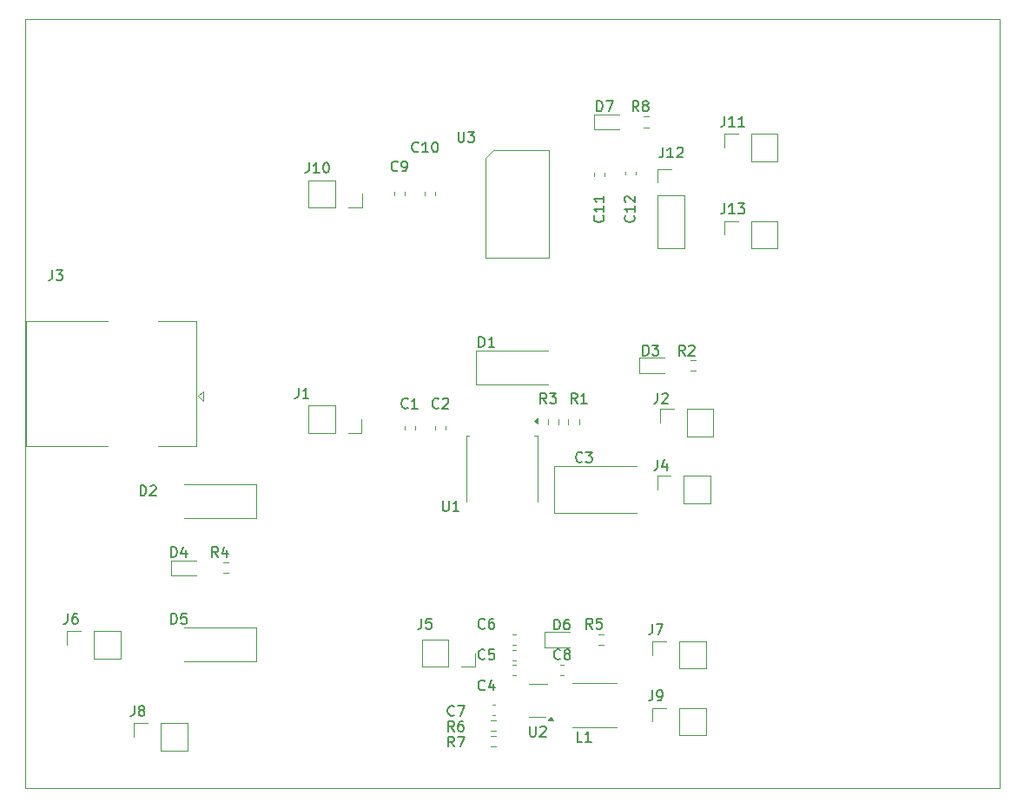
<source format=gbr>
%TF.GenerationSoftware,KiCad,Pcbnew,8.0.6*%
%TF.CreationDate,2024-11-03T20:55:09+02:00*%
%TF.ProjectId,G11_EMB_PCB1,4731315f-454d-4425-9f50-4342312e6b69,rev?*%
%TF.SameCoordinates,PX5f7e1b2PY7735940*%
%TF.FileFunction,Legend,Top*%
%TF.FilePolarity,Positive*%
%FSLAX46Y46*%
G04 Gerber Fmt 4.6, Leading zero omitted, Abs format (unit mm)*
G04 Created by KiCad (PCBNEW 8.0.6) date 2024-11-03 20:55:09*
%MOMM*%
%LPD*%
G01*
G04 APERTURE LIST*
%ADD10C,0.100000*%
%ADD11C,0.150000*%
%ADD12C,0.120000*%
G04 APERTURE END LIST*
D10*
X0Y75000000D02*
X0Y0D01*
X95000000Y75000000D02*
X0Y75000000D01*
X95000000Y0D02*
X95000000Y75000000D01*
X0Y0D02*
X95000000Y0D01*
D11*
X27690476Y61045181D02*
X27690476Y60330896D01*
X27690476Y60330896D02*
X27642857Y60188039D01*
X27642857Y60188039D02*
X27547619Y60092800D01*
X27547619Y60092800D02*
X27404762Y60045181D01*
X27404762Y60045181D02*
X27309524Y60045181D01*
X28690476Y60045181D02*
X28119048Y60045181D01*
X28404762Y60045181D02*
X28404762Y61045181D01*
X28404762Y61045181D02*
X28309524Y60902324D01*
X28309524Y60902324D02*
X28214286Y60807086D01*
X28214286Y60807086D02*
X28119048Y60759467D01*
X29309524Y61045181D02*
X29404762Y61045181D01*
X29404762Y61045181D02*
X29500000Y60997562D01*
X29500000Y60997562D02*
X29547619Y60949943D01*
X29547619Y60949943D02*
X29595238Y60854705D01*
X29595238Y60854705D02*
X29642857Y60664229D01*
X29642857Y60664229D02*
X29642857Y60426134D01*
X29642857Y60426134D02*
X29595238Y60235658D01*
X29595238Y60235658D02*
X29547619Y60140420D01*
X29547619Y60140420D02*
X29500000Y60092800D01*
X29500000Y60092800D02*
X29404762Y60045181D01*
X29404762Y60045181D02*
X29309524Y60045181D01*
X29309524Y60045181D02*
X29214286Y60092800D01*
X29214286Y60092800D02*
X29166667Y60140420D01*
X29166667Y60140420D02*
X29119048Y60235658D01*
X29119048Y60235658D02*
X29071429Y60426134D01*
X29071429Y60426134D02*
X29071429Y60664229D01*
X29071429Y60664229D02*
X29119048Y60854705D01*
X29119048Y60854705D02*
X29166667Y60949943D01*
X29166667Y60949943D02*
X29214286Y60997562D01*
X29214286Y60997562D02*
X29309524Y61045181D01*
X60261905Y42225181D02*
X60261905Y43225181D01*
X60261905Y43225181D02*
X60500000Y43225181D01*
X60500000Y43225181D02*
X60642857Y43177562D01*
X60642857Y43177562D02*
X60738095Y43082324D01*
X60738095Y43082324D02*
X60785714Y42987086D01*
X60785714Y42987086D02*
X60833333Y42796610D01*
X60833333Y42796610D02*
X60833333Y42653753D01*
X60833333Y42653753D02*
X60785714Y42463277D01*
X60785714Y42463277D02*
X60738095Y42368039D01*
X60738095Y42368039D02*
X60642857Y42272800D01*
X60642857Y42272800D02*
X60500000Y42225181D01*
X60500000Y42225181D02*
X60261905Y42225181D01*
X61166667Y43225181D02*
X61785714Y43225181D01*
X61785714Y43225181D02*
X61452381Y42844229D01*
X61452381Y42844229D02*
X61595238Y42844229D01*
X61595238Y42844229D02*
X61690476Y42796610D01*
X61690476Y42796610D02*
X61738095Y42748991D01*
X61738095Y42748991D02*
X61785714Y42653753D01*
X61785714Y42653753D02*
X61785714Y42415658D01*
X61785714Y42415658D02*
X61738095Y42320420D01*
X61738095Y42320420D02*
X61690476Y42272800D01*
X61690476Y42272800D02*
X61595238Y42225181D01*
X61595238Y42225181D02*
X61309524Y42225181D01*
X61309524Y42225181D02*
X61214286Y42272800D01*
X61214286Y42272800D02*
X61166667Y42320420D01*
X61666666Y38545181D02*
X61666666Y37830896D01*
X61666666Y37830896D02*
X61619047Y37688039D01*
X61619047Y37688039D02*
X61523809Y37592800D01*
X61523809Y37592800D02*
X61380952Y37545181D01*
X61380952Y37545181D02*
X61285714Y37545181D01*
X62095238Y38449943D02*
X62142857Y38497562D01*
X62142857Y38497562D02*
X62238095Y38545181D01*
X62238095Y38545181D02*
X62476190Y38545181D01*
X62476190Y38545181D02*
X62571428Y38497562D01*
X62571428Y38497562D02*
X62619047Y38449943D01*
X62619047Y38449943D02*
X62666666Y38354705D01*
X62666666Y38354705D02*
X62666666Y38259467D01*
X62666666Y38259467D02*
X62619047Y38116610D01*
X62619047Y38116610D02*
X62047619Y37545181D01*
X62047619Y37545181D02*
X62666666Y37545181D01*
X55761905Y66045181D02*
X55761905Y67045181D01*
X55761905Y67045181D02*
X56000000Y67045181D01*
X56000000Y67045181D02*
X56142857Y66997562D01*
X56142857Y66997562D02*
X56238095Y66902324D01*
X56238095Y66902324D02*
X56285714Y66807086D01*
X56285714Y66807086D02*
X56333333Y66616610D01*
X56333333Y66616610D02*
X56333333Y66473753D01*
X56333333Y66473753D02*
X56285714Y66283277D01*
X56285714Y66283277D02*
X56238095Y66188039D01*
X56238095Y66188039D02*
X56142857Y66092800D01*
X56142857Y66092800D02*
X56000000Y66045181D01*
X56000000Y66045181D02*
X55761905Y66045181D01*
X56666667Y67045181D02*
X57333333Y67045181D01*
X57333333Y67045181D02*
X56904762Y66045181D01*
X61166666Y16045181D02*
X61166666Y15330896D01*
X61166666Y15330896D02*
X61119047Y15188039D01*
X61119047Y15188039D02*
X61023809Y15092800D01*
X61023809Y15092800D02*
X60880952Y15045181D01*
X60880952Y15045181D02*
X60785714Y15045181D01*
X61547619Y16045181D02*
X62214285Y16045181D01*
X62214285Y16045181D02*
X61785714Y15045181D01*
X4166666Y17045181D02*
X4166666Y16330896D01*
X4166666Y16330896D02*
X4119047Y16188039D01*
X4119047Y16188039D02*
X4023809Y16092800D01*
X4023809Y16092800D02*
X3880952Y16045181D01*
X3880952Y16045181D02*
X3785714Y16045181D01*
X5071428Y17045181D02*
X4880952Y17045181D01*
X4880952Y17045181D02*
X4785714Y16997562D01*
X4785714Y16997562D02*
X4738095Y16949943D01*
X4738095Y16949943D02*
X4642857Y16807086D01*
X4642857Y16807086D02*
X4595238Y16616610D01*
X4595238Y16616610D02*
X4595238Y16235658D01*
X4595238Y16235658D02*
X4642857Y16140420D01*
X4642857Y16140420D02*
X4690476Y16092800D01*
X4690476Y16092800D02*
X4785714Y16045181D01*
X4785714Y16045181D02*
X4976190Y16045181D01*
X4976190Y16045181D02*
X5071428Y16092800D01*
X5071428Y16092800D02*
X5119047Y16140420D01*
X5119047Y16140420D02*
X5166666Y16235658D01*
X5166666Y16235658D02*
X5166666Y16473753D01*
X5166666Y16473753D02*
X5119047Y16568991D01*
X5119047Y16568991D02*
X5071428Y16616610D01*
X5071428Y16616610D02*
X4976190Y16664229D01*
X4976190Y16664229D02*
X4785714Y16664229D01*
X4785714Y16664229D02*
X4690476Y16616610D01*
X4690476Y16616610D02*
X4642857Y16568991D01*
X4642857Y16568991D02*
X4595238Y16473753D01*
X26666666Y39045181D02*
X26666666Y38330896D01*
X26666666Y38330896D02*
X26619047Y38188039D01*
X26619047Y38188039D02*
X26523809Y38092800D01*
X26523809Y38092800D02*
X26380952Y38045181D01*
X26380952Y38045181D02*
X26285714Y38045181D01*
X27666666Y38045181D02*
X27095238Y38045181D01*
X27380952Y38045181D02*
X27380952Y39045181D01*
X27380952Y39045181D02*
X27285714Y38902324D01*
X27285714Y38902324D02*
X27190476Y38807086D01*
X27190476Y38807086D02*
X27095238Y38759467D01*
X56359580Y55857143D02*
X56407200Y55809524D01*
X56407200Y55809524D02*
X56454819Y55666667D01*
X56454819Y55666667D02*
X56454819Y55571429D01*
X56454819Y55571429D02*
X56407200Y55428572D01*
X56407200Y55428572D02*
X56311961Y55333334D01*
X56311961Y55333334D02*
X56216723Y55285715D01*
X56216723Y55285715D02*
X56026247Y55238096D01*
X56026247Y55238096D02*
X55883390Y55238096D01*
X55883390Y55238096D02*
X55692914Y55285715D01*
X55692914Y55285715D02*
X55597676Y55333334D01*
X55597676Y55333334D02*
X55502438Y55428572D01*
X55502438Y55428572D02*
X55454819Y55571429D01*
X55454819Y55571429D02*
X55454819Y55666667D01*
X55454819Y55666667D02*
X55502438Y55809524D01*
X55502438Y55809524D02*
X55550057Y55857143D01*
X56454819Y56809524D02*
X56454819Y56238096D01*
X56454819Y56523810D02*
X55454819Y56523810D01*
X55454819Y56523810D02*
X55597676Y56428572D01*
X55597676Y56428572D02*
X55692914Y56333334D01*
X55692914Y56333334D02*
X55740533Y56238096D01*
X56454819Y57761905D02*
X56454819Y57190477D01*
X56454819Y57476191D02*
X55454819Y57476191D01*
X55454819Y57476191D02*
X55597676Y57380953D01*
X55597676Y57380953D02*
X55692914Y57285715D01*
X55692914Y57285715D02*
X55740533Y57190477D01*
X41833333Y4045181D02*
X41500000Y4521372D01*
X41261905Y4045181D02*
X41261905Y5045181D01*
X41261905Y5045181D02*
X41642857Y5045181D01*
X41642857Y5045181D02*
X41738095Y4997562D01*
X41738095Y4997562D02*
X41785714Y4949943D01*
X41785714Y4949943D02*
X41833333Y4854705D01*
X41833333Y4854705D02*
X41833333Y4711848D01*
X41833333Y4711848D02*
X41785714Y4616610D01*
X41785714Y4616610D02*
X41738095Y4568991D01*
X41738095Y4568991D02*
X41642857Y4521372D01*
X41642857Y4521372D02*
X41261905Y4521372D01*
X42166667Y5045181D02*
X42833333Y5045181D01*
X42833333Y5045181D02*
X42404762Y4045181D01*
X49238095Y6045181D02*
X49238095Y5235658D01*
X49238095Y5235658D02*
X49285714Y5140420D01*
X49285714Y5140420D02*
X49333333Y5092800D01*
X49333333Y5092800D02*
X49428571Y5045181D01*
X49428571Y5045181D02*
X49619047Y5045181D01*
X49619047Y5045181D02*
X49714285Y5092800D01*
X49714285Y5092800D02*
X49761904Y5140420D01*
X49761904Y5140420D02*
X49809523Y5235658D01*
X49809523Y5235658D02*
X49809523Y6045181D01*
X50238095Y5949943D02*
X50285714Y5997562D01*
X50285714Y5997562D02*
X50380952Y6045181D01*
X50380952Y6045181D02*
X50619047Y6045181D01*
X50619047Y6045181D02*
X50714285Y5997562D01*
X50714285Y5997562D02*
X50761904Y5949943D01*
X50761904Y5949943D02*
X50809523Y5854705D01*
X50809523Y5854705D02*
X50809523Y5759467D01*
X50809523Y5759467D02*
X50761904Y5616610D01*
X50761904Y5616610D02*
X50190476Y5045181D01*
X50190476Y5045181D02*
X50809523Y5045181D01*
X18833333Y22545181D02*
X18500000Y23021372D01*
X18261905Y22545181D02*
X18261905Y23545181D01*
X18261905Y23545181D02*
X18642857Y23545181D01*
X18642857Y23545181D02*
X18738095Y23497562D01*
X18738095Y23497562D02*
X18785714Y23449943D01*
X18785714Y23449943D02*
X18833333Y23354705D01*
X18833333Y23354705D02*
X18833333Y23211848D01*
X18833333Y23211848D02*
X18785714Y23116610D01*
X18785714Y23116610D02*
X18738095Y23068991D01*
X18738095Y23068991D02*
X18642857Y23021372D01*
X18642857Y23021372D02*
X18261905Y23021372D01*
X19690476Y23211848D02*
X19690476Y22545181D01*
X19452381Y23592800D02*
X19214286Y22878515D01*
X19214286Y22878515D02*
X19833333Y22878515D01*
X41833333Y5545181D02*
X41500000Y6021372D01*
X41261905Y5545181D02*
X41261905Y6545181D01*
X41261905Y6545181D02*
X41642857Y6545181D01*
X41642857Y6545181D02*
X41738095Y6497562D01*
X41738095Y6497562D02*
X41785714Y6449943D01*
X41785714Y6449943D02*
X41833333Y6354705D01*
X41833333Y6354705D02*
X41833333Y6211848D01*
X41833333Y6211848D02*
X41785714Y6116610D01*
X41785714Y6116610D02*
X41738095Y6068991D01*
X41738095Y6068991D02*
X41642857Y6021372D01*
X41642857Y6021372D02*
X41261905Y6021372D01*
X42690476Y6545181D02*
X42500000Y6545181D01*
X42500000Y6545181D02*
X42404762Y6497562D01*
X42404762Y6497562D02*
X42357143Y6449943D01*
X42357143Y6449943D02*
X42261905Y6307086D01*
X42261905Y6307086D02*
X42214286Y6116610D01*
X42214286Y6116610D02*
X42214286Y5735658D01*
X42214286Y5735658D02*
X42261905Y5640420D01*
X42261905Y5640420D02*
X42309524Y5592800D01*
X42309524Y5592800D02*
X42404762Y5545181D01*
X42404762Y5545181D02*
X42595238Y5545181D01*
X42595238Y5545181D02*
X42690476Y5592800D01*
X42690476Y5592800D02*
X42738095Y5640420D01*
X42738095Y5640420D02*
X42785714Y5735658D01*
X42785714Y5735658D02*
X42785714Y5973753D01*
X42785714Y5973753D02*
X42738095Y6068991D01*
X42738095Y6068991D02*
X42690476Y6116610D01*
X42690476Y6116610D02*
X42595238Y6164229D01*
X42595238Y6164229D02*
X42404762Y6164229D01*
X42404762Y6164229D02*
X42309524Y6116610D01*
X42309524Y6116610D02*
X42261905Y6068991D01*
X42261905Y6068991D02*
X42214286Y5973753D01*
X68190476Y57045181D02*
X68190476Y56330896D01*
X68190476Y56330896D02*
X68142857Y56188039D01*
X68142857Y56188039D02*
X68047619Y56092800D01*
X68047619Y56092800D02*
X67904762Y56045181D01*
X67904762Y56045181D02*
X67809524Y56045181D01*
X69190476Y56045181D02*
X68619048Y56045181D01*
X68904762Y56045181D02*
X68904762Y57045181D01*
X68904762Y57045181D02*
X68809524Y56902324D01*
X68809524Y56902324D02*
X68714286Y56807086D01*
X68714286Y56807086D02*
X68619048Y56759467D01*
X69523810Y57045181D02*
X70142857Y57045181D01*
X70142857Y57045181D02*
X69809524Y56664229D01*
X69809524Y56664229D02*
X69952381Y56664229D01*
X69952381Y56664229D02*
X70047619Y56616610D01*
X70047619Y56616610D02*
X70095238Y56568991D01*
X70095238Y56568991D02*
X70142857Y56473753D01*
X70142857Y56473753D02*
X70142857Y56235658D01*
X70142857Y56235658D02*
X70095238Y56140420D01*
X70095238Y56140420D02*
X70047619Y56092800D01*
X70047619Y56092800D02*
X69952381Y56045181D01*
X69952381Y56045181D02*
X69666667Y56045181D01*
X69666667Y56045181D02*
X69571429Y56092800D01*
X69571429Y56092800D02*
X69523810Y56140420D01*
X40738095Y28045181D02*
X40738095Y27235658D01*
X40738095Y27235658D02*
X40785714Y27140420D01*
X40785714Y27140420D02*
X40833333Y27092800D01*
X40833333Y27092800D02*
X40928571Y27045181D01*
X40928571Y27045181D02*
X41119047Y27045181D01*
X41119047Y27045181D02*
X41214285Y27092800D01*
X41214285Y27092800D02*
X41261904Y27140420D01*
X41261904Y27140420D02*
X41309523Y27235658D01*
X41309523Y27235658D02*
X41309523Y28045181D01*
X42309523Y27045181D02*
X41738095Y27045181D01*
X42023809Y27045181D02*
X42023809Y28045181D01*
X42023809Y28045181D02*
X41928571Y27902324D01*
X41928571Y27902324D02*
X41833333Y27807086D01*
X41833333Y27807086D02*
X41738095Y27759467D01*
X54333333Y31890420D02*
X54285714Y31842800D01*
X54285714Y31842800D02*
X54142857Y31795181D01*
X54142857Y31795181D02*
X54047619Y31795181D01*
X54047619Y31795181D02*
X53904762Y31842800D01*
X53904762Y31842800D02*
X53809524Y31938039D01*
X53809524Y31938039D02*
X53761905Y32033277D01*
X53761905Y32033277D02*
X53714286Y32223753D01*
X53714286Y32223753D02*
X53714286Y32366610D01*
X53714286Y32366610D02*
X53761905Y32557086D01*
X53761905Y32557086D02*
X53809524Y32652324D01*
X53809524Y32652324D02*
X53904762Y32747562D01*
X53904762Y32747562D02*
X54047619Y32795181D01*
X54047619Y32795181D02*
X54142857Y32795181D01*
X54142857Y32795181D02*
X54285714Y32747562D01*
X54285714Y32747562D02*
X54333333Y32699943D01*
X54666667Y32795181D02*
X55285714Y32795181D01*
X55285714Y32795181D02*
X54952381Y32414229D01*
X54952381Y32414229D02*
X55095238Y32414229D01*
X55095238Y32414229D02*
X55190476Y32366610D01*
X55190476Y32366610D02*
X55238095Y32318991D01*
X55238095Y32318991D02*
X55285714Y32223753D01*
X55285714Y32223753D02*
X55285714Y31985658D01*
X55285714Y31985658D02*
X55238095Y31890420D01*
X55238095Y31890420D02*
X55190476Y31842800D01*
X55190476Y31842800D02*
X55095238Y31795181D01*
X55095238Y31795181D02*
X54809524Y31795181D01*
X54809524Y31795181D02*
X54714286Y31842800D01*
X54714286Y31842800D02*
X54666667Y31890420D01*
X68190476Y65545181D02*
X68190476Y64830896D01*
X68190476Y64830896D02*
X68142857Y64688039D01*
X68142857Y64688039D02*
X68047619Y64592800D01*
X68047619Y64592800D02*
X67904762Y64545181D01*
X67904762Y64545181D02*
X67809524Y64545181D01*
X69190476Y64545181D02*
X68619048Y64545181D01*
X68904762Y64545181D02*
X68904762Y65545181D01*
X68904762Y65545181D02*
X68809524Y65402324D01*
X68809524Y65402324D02*
X68714286Y65307086D01*
X68714286Y65307086D02*
X68619048Y65259467D01*
X70142857Y64545181D02*
X69571429Y64545181D01*
X69857143Y64545181D02*
X69857143Y65545181D01*
X69857143Y65545181D02*
X69761905Y65402324D01*
X69761905Y65402324D02*
X69666667Y65307086D01*
X69666667Y65307086D02*
X69571429Y65259467D01*
X59359580Y55857143D02*
X59407200Y55809524D01*
X59407200Y55809524D02*
X59454819Y55666667D01*
X59454819Y55666667D02*
X59454819Y55571429D01*
X59454819Y55571429D02*
X59407200Y55428572D01*
X59407200Y55428572D02*
X59311961Y55333334D01*
X59311961Y55333334D02*
X59216723Y55285715D01*
X59216723Y55285715D02*
X59026247Y55238096D01*
X59026247Y55238096D02*
X58883390Y55238096D01*
X58883390Y55238096D02*
X58692914Y55285715D01*
X58692914Y55285715D02*
X58597676Y55333334D01*
X58597676Y55333334D02*
X58502438Y55428572D01*
X58502438Y55428572D02*
X58454819Y55571429D01*
X58454819Y55571429D02*
X58454819Y55666667D01*
X58454819Y55666667D02*
X58502438Y55809524D01*
X58502438Y55809524D02*
X58550057Y55857143D01*
X59454819Y56809524D02*
X59454819Y56238096D01*
X59454819Y56523810D02*
X58454819Y56523810D01*
X58454819Y56523810D02*
X58597676Y56428572D01*
X58597676Y56428572D02*
X58692914Y56333334D01*
X58692914Y56333334D02*
X58740533Y56238096D01*
X58550057Y57190477D02*
X58502438Y57238096D01*
X58502438Y57238096D02*
X58454819Y57333334D01*
X58454819Y57333334D02*
X58454819Y57571429D01*
X58454819Y57571429D02*
X58502438Y57666667D01*
X58502438Y57666667D02*
X58550057Y57714286D01*
X58550057Y57714286D02*
X58645295Y57761905D01*
X58645295Y57761905D02*
X58740533Y57761905D01*
X58740533Y57761905D02*
X58883390Y57714286D01*
X58883390Y57714286D02*
X59454819Y57142858D01*
X59454819Y57142858D02*
X59454819Y57761905D01*
X40333333Y37140420D02*
X40285714Y37092800D01*
X40285714Y37092800D02*
X40142857Y37045181D01*
X40142857Y37045181D02*
X40047619Y37045181D01*
X40047619Y37045181D02*
X39904762Y37092800D01*
X39904762Y37092800D02*
X39809524Y37188039D01*
X39809524Y37188039D02*
X39761905Y37283277D01*
X39761905Y37283277D02*
X39714286Y37473753D01*
X39714286Y37473753D02*
X39714286Y37616610D01*
X39714286Y37616610D02*
X39761905Y37807086D01*
X39761905Y37807086D02*
X39809524Y37902324D01*
X39809524Y37902324D02*
X39904762Y37997562D01*
X39904762Y37997562D02*
X40047619Y38045181D01*
X40047619Y38045181D02*
X40142857Y38045181D01*
X40142857Y38045181D02*
X40285714Y37997562D01*
X40285714Y37997562D02*
X40333333Y37949943D01*
X40714286Y37949943D02*
X40761905Y37997562D01*
X40761905Y37997562D02*
X40857143Y38045181D01*
X40857143Y38045181D02*
X41095238Y38045181D01*
X41095238Y38045181D02*
X41190476Y37997562D01*
X41190476Y37997562D02*
X41238095Y37949943D01*
X41238095Y37949943D02*
X41285714Y37854705D01*
X41285714Y37854705D02*
X41285714Y37759467D01*
X41285714Y37759467D02*
X41238095Y37616610D01*
X41238095Y37616610D02*
X40666667Y37045181D01*
X40666667Y37045181D02*
X41285714Y37045181D01*
X59833333Y66045181D02*
X59500000Y66521372D01*
X59261905Y66045181D02*
X59261905Y67045181D01*
X59261905Y67045181D02*
X59642857Y67045181D01*
X59642857Y67045181D02*
X59738095Y66997562D01*
X59738095Y66997562D02*
X59785714Y66949943D01*
X59785714Y66949943D02*
X59833333Y66854705D01*
X59833333Y66854705D02*
X59833333Y66711848D01*
X59833333Y66711848D02*
X59785714Y66616610D01*
X59785714Y66616610D02*
X59738095Y66568991D01*
X59738095Y66568991D02*
X59642857Y66521372D01*
X59642857Y66521372D02*
X59261905Y66521372D01*
X60404762Y66616610D02*
X60309524Y66664229D01*
X60309524Y66664229D02*
X60261905Y66711848D01*
X60261905Y66711848D02*
X60214286Y66807086D01*
X60214286Y66807086D02*
X60214286Y66854705D01*
X60214286Y66854705D02*
X60261905Y66949943D01*
X60261905Y66949943D02*
X60309524Y66997562D01*
X60309524Y66997562D02*
X60404762Y67045181D01*
X60404762Y67045181D02*
X60595238Y67045181D01*
X60595238Y67045181D02*
X60690476Y66997562D01*
X60690476Y66997562D02*
X60738095Y66949943D01*
X60738095Y66949943D02*
X60785714Y66854705D01*
X60785714Y66854705D02*
X60785714Y66807086D01*
X60785714Y66807086D02*
X60738095Y66711848D01*
X60738095Y66711848D02*
X60690476Y66664229D01*
X60690476Y66664229D02*
X60595238Y66616610D01*
X60595238Y66616610D02*
X60404762Y66616610D01*
X60404762Y66616610D02*
X60309524Y66568991D01*
X60309524Y66568991D02*
X60261905Y66521372D01*
X60261905Y66521372D02*
X60214286Y66426134D01*
X60214286Y66426134D02*
X60214286Y66235658D01*
X60214286Y66235658D02*
X60261905Y66140420D01*
X60261905Y66140420D02*
X60309524Y66092800D01*
X60309524Y66092800D02*
X60404762Y66045181D01*
X60404762Y66045181D02*
X60595238Y66045181D01*
X60595238Y66045181D02*
X60690476Y66092800D01*
X60690476Y66092800D02*
X60738095Y66140420D01*
X60738095Y66140420D02*
X60785714Y66235658D01*
X60785714Y66235658D02*
X60785714Y66426134D01*
X60785714Y66426134D02*
X60738095Y66521372D01*
X60738095Y66521372D02*
X60690476Y66568991D01*
X60690476Y66568991D02*
X60595238Y66616610D01*
X54333333Y4545181D02*
X53857143Y4545181D01*
X53857143Y4545181D02*
X53857143Y5545181D01*
X55190476Y4545181D02*
X54619048Y4545181D01*
X54904762Y4545181D02*
X54904762Y5545181D01*
X54904762Y5545181D02*
X54809524Y5402324D01*
X54809524Y5402324D02*
X54714286Y5307086D01*
X54714286Y5307086D02*
X54619048Y5259467D01*
X44833333Y9640420D02*
X44785714Y9592800D01*
X44785714Y9592800D02*
X44642857Y9545181D01*
X44642857Y9545181D02*
X44547619Y9545181D01*
X44547619Y9545181D02*
X44404762Y9592800D01*
X44404762Y9592800D02*
X44309524Y9688039D01*
X44309524Y9688039D02*
X44261905Y9783277D01*
X44261905Y9783277D02*
X44214286Y9973753D01*
X44214286Y9973753D02*
X44214286Y10116610D01*
X44214286Y10116610D02*
X44261905Y10307086D01*
X44261905Y10307086D02*
X44309524Y10402324D01*
X44309524Y10402324D02*
X44404762Y10497562D01*
X44404762Y10497562D02*
X44547619Y10545181D01*
X44547619Y10545181D02*
X44642857Y10545181D01*
X44642857Y10545181D02*
X44785714Y10497562D01*
X44785714Y10497562D02*
X44833333Y10449943D01*
X45690476Y10211848D02*
X45690476Y9545181D01*
X45452381Y10592800D02*
X45214286Y9878515D01*
X45214286Y9878515D02*
X45833333Y9878515D01*
X51586905Y15475181D02*
X51586905Y16475181D01*
X51586905Y16475181D02*
X51825000Y16475181D01*
X51825000Y16475181D02*
X51967857Y16427562D01*
X51967857Y16427562D02*
X52063095Y16332324D01*
X52063095Y16332324D02*
X52110714Y16237086D01*
X52110714Y16237086D02*
X52158333Y16046610D01*
X52158333Y16046610D02*
X52158333Y15903753D01*
X52158333Y15903753D02*
X52110714Y15713277D01*
X52110714Y15713277D02*
X52063095Y15618039D01*
X52063095Y15618039D02*
X51967857Y15522800D01*
X51967857Y15522800D02*
X51825000Y15475181D01*
X51825000Y15475181D02*
X51586905Y15475181D01*
X53015476Y16475181D02*
X52825000Y16475181D01*
X52825000Y16475181D02*
X52729762Y16427562D01*
X52729762Y16427562D02*
X52682143Y16379943D01*
X52682143Y16379943D02*
X52586905Y16237086D01*
X52586905Y16237086D02*
X52539286Y16046610D01*
X52539286Y16046610D02*
X52539286Y15665658D01*
X52539286Y15665658D02*
X52586905Y15570420D01*
X52586905Y15570420D02*
X52634524Y15522800D01*
X52634524Y15522800D02*
X52729762Y15475181D01*
X52729762Y15475181D02*
X52920238Y15475181D01*
X52920238Y15475181D02*
X53015476Y15522800D01*
X53015476Y15522800D02*
X53063095Y15570420D01*
X53063095Y15570420D02*
X53110714Y15665658D01*
X53110714Y15665658D02*
X53110714Y15903753D01*
X53110714Y15903753D02*
X53063095Y15998991D01*
X53063095Y15998991D02*
X53015476Y16046610D01*
X53015476Y16046610D02*
X52920238Y16094229D01*
X52920238Y16094229D02*
X52729762Y16094229D01*
X52729762Y16094229D02*
X52634524Y16046610D01*
X52634524Y16046610D02*
X52586905Y15998991D01*
X52586905Y15998991D02*
X52539286Y15903753D01*
X44833333Y12640420D02*
X44785714Y12592800D01*
X44785714Y12592800D02*
X44642857Y12545181D01*
X44642857Y12545181D02*
X44547619Y12545181D01*
X44547619Y12545181D02*
X44404762Y12592800D01*
X44404762Y12592800D02*
X44309524Y12688039D01*
X44309524Y12688039D02*
X44261905Y12783277D01*
X44261905Y12783277D02*
X44214286Y12973753D01*
X44214286Y12973753D02*
X44214286Y13116610D01*
X44214286Y13116610D02*
X44261905Y13307086D01*
X44261905Y13307086D02*
X44309524Y13402324D01*
X44309524Y13402324D02*
X44404762Y13497562D01*
X44404762Y13497562D02*
X44547619Y13545181D01*
X44547619Y13545181D02*
X44642857Y13545181D01*
X44642857Y13545181D02*
X44785714Y13497562D01*
X44785714Y13497562D02*
X44833333Y13449943D01*
X45738095Y13545181D02*
X45261905Y13545181D01*
X45261905Y13545181D02*
X45214286Y13068991D01*
X45214286Y13068991D02*
X45261905Y13116610D01*
X45261905Y13116610D02*
X45357143Y13164229D01*
X45357143Y13164229D02*
X45595238Y13164229D01*
X45595238Y13164229D02*
X45690476Y13116610D01*
X45690476Y13116610D02*
X45738095Y13068991D01*
X45738095Y13068991D02*
X45785714Y12973753D01*
X45785714Y12973753D02*
X45785714Y12735658D01*
X45785714Y12735658D02*
X45738095Y12640420D01*
X45738095Y12640420D02*
X45690476Y12592800D01*
X45690476Y12592800D02*
X45595238Y12545181D01*
X45595238Y12545181D02*
X45357143Y12545181D01*
X45357143Y12545181D02*
X45261905Y12592800D01*
X45261905Y12592800D02*
X45214286Y12640420D01*
X2666666Y50545181D02*
X2666666Y49830896D01*
X2666666Y49830896D02*
X2619047Y49688039D01*
X2619047Y49688039D02*
X2523809Y49592800D01*
X2523809Y49592800D02*
X2380952Y49545181D01*
X2380952Y49545181D02*
X2285714Y49545181D01*
X3047619Y50545181D02*
X3666666Y50545181D01*
X3666666Y50545181D02*
X3333333Y50164229D01*
X3333333Y50164229D02*
X3476190Y50164229D01*
X3476190Y50164229D02*
X3571428Y50116610D01*
X3571428Y50116610D02*
X3619047Y50068991D01*
X3619047Y50068991D02*
X3666666Y49973753D01*
X3666666Y49973753D02*
X3666666Y49735658D01*
X3666666Y49735658D02*
X3619047Y49640420D01*
X3619047Y49640420D02*
X3571428Y49592800D01*
X3571428Y49592800D02*
X3476190Y49545181D01*
X3476190Y49545181D02*
X3190476Y49545181D01*
X3190476Y49545181D02*
X3095238Y49592800D01*
X3095238Y49592800D02*
X3047619Y49640420D01*
X11261905Y28545181D02*
X11261905Y29545181D01*
X11261905Y29545181D02*
X11500000Y29545181D01*
X11500000Y29545181D02*
X11642857Y29497562D01*
X11642857Y29497562D02*
X11738095Y29402324D01*
X11738095Y29402324D02*
X11785714Y29307086D01*
X11785714Y29307086D02*
X11833333Y29116610D01*
X11833333Y29116610D02*
X11833333Y28973753D01*
X11833333Y28973753D02*
X11785714Y28783277D01*
X11785714Y28783277D02*
X11738095Y28688039D01*
X11738095Y28688039D02*
X11642857Y28592800D01*
X11642857Y28592800D02*
X11500000Y28545181D01*
X11500000Y28545181D02*
X11261905Y28545181D01*
X12214286Y29449943D02*
X12261905Y29497562D01*
X12261905Y29497562D02*
X12357143Y29545181D01*
X12357143Y29545181D02*
X12595238Y29545181D01*
X12595238Y29545181D02*
X12690476Y29497562D01*
X12690476Y29497562D02*
X12738095Y29449943D01*
X12738095Y29449943D02*
X12785714Y29354705D01*
X12785714Y29354705D02*
X12785714Y29259467D01*
X12785714Y29259467D02*
X12738095Y29116610D01*
X12738095Y29116610D02*
X12166667Y28545181D01*
X12166667Y28545181D02*
X12785714Y28545181D01*
X55333333Y15545181D02*
X55000000Y16021372D01*
X54761905Y15545181D02*
X54761905Y16545181D01*
X54761905Y16545181D02*
X55142857Y16545181D01*
X55142857Y16545181D02*
X55238095Y16497562D01*
X55238095Y16497562D02*
X55285714Y16449943D01*
X55285714Y16449943D02*
X55333333Y16354705D01*
X55333333Y16354705D02*
X55333333Y16211848D01*
X55333333Y16211848D02*
X55285714Y16116610D01*
X55285714Y16116610D02*
X55238095Y16068991D01*
X55238095Y16068991D02*
X55142857Y16021372D01*
X55142857Y16021372D02*
X54761905Y16021372D01*
X56238095Y16545181D02*
X55761905Y16545181D01*
X55761905Y16545181D02*
X55714286Y16068991D01*
X55714286Y16068991D02*
X55761905Y16116610D01*
X55761905Y16116610D02*
X55857143Y16164229D01*
X55857143Y16164229D02*
X56095238Y16164229D01*
X56095238Y16164229D02*
X56190476Y16116610D01*
X56190476Y16116610D02*
X56238095Y16068991D01*
X56238095Y16068991D02*
X56285714Y15973753D01*
X56285714Y15973753D02*
X56285714Y15735658D01*
X56285714Y15735658D02*
X56238095Y15640420D01*
X56238095Y15640420D02*
X56190476Y15592800D01*
X56190476Y15592800D02*
X56095238Y15545181D01*
X56095238Y15545181D02*
X55857143Y15545181D01*
X55857143Y15545181D02*
X55761905Y15592800D01*
X55761905Y15592800D02*
X55714286Y15640420D01*
X10666666Y8045181D02*
X10666666Y7330896D01*
X10666666Y7330896D02*
X10619047Y7188039D01*
X10619047Y7188039D02*
X10523809Y7092800D01*
X10523809Y7092800D02*
X10380952Y7045181D01*
X10380952Y7045181D02*
X10285714Y7045181D01*
X11285714Y7616610D02*
X11190476Y7664229D01*
X11190476Y7664229D02*
X11142857Y7711848D01*
X11142857Y7711848D02*
X11095238Y7807086D01*
X11095238Y7807086D02*
X11095238Y7854705D01*
X11095238Y7854705D02*
X11142857Y7949943D01*
X11142857Y7949943D02*
X11190476Y7997562D01*
X11190476Y7997562D02*
X11285714Y8045181D01*
X11285714Y8045181D02*
X11476190Y8045181D01*
X11476190Y8045181D02*
X11571428Y7997562D01*
X11571428Y7997562D02*
X11619047Y7949943D01*
X11619047Y7949943D02*
X11666666Y7854705D01*
X11666666Y7854705D02*
X11666666Y7807086D01*
X11666666Y7807086D02*
X11619047Y7711848D01*
X11619047Y7711848D02*
X11571428Y7664229D01*
X11571428Y7664229D02*
X11476190Y7616610D01*
X11476190Y7616610D02*
X11285714Y7616610D01*
X11285714Y7616610D02*
X11190476Y7568991D01*
X11190476Y7568991D02*
X11142857Y7521372D01*
X11142857Y7521372D02*
X11095238Y7426134D01*
X11095238Y7426134D02*
X11095238Y7235658D01*
X11095238Y7235658D02*
X11142857Y7140420D01*
X11142857Y7140420D02*
X11190476Y7092800D01*
X11190476Y7092800D02*
X11285714Y7045181D01*
X11285714Y7045181D02*
X11476190Y7045181D01*
X11476190Y7045181D02*
X11571428Y7092800D01*
X11571428Y7092800D02*
X11619047Y7140420D01*
X11619047Y7140420D02*
X11666666Y7235658D01*
X11666666Y7235658D02*
X11666666Y7426134D01*
X11666666Y7426134D02*
X11619047Y7521372D01*
X11619047Y7521372D02*
X11571428Y7568991D01*
X11571428Y7568991D02*
X11476190Y7616610D01*
X64333333Y42225181D02*
X64000000Y42701372D01*
X63761905Y42225181D02*
X63761905Y43225181D01*
X63761905Y43225181D02*
X64142857Y43225181D01*
X64142857Y43225181D02*
X64238095Y43177562D01*
X64238095Y43177562D02*
X64285714Y43129943D01*
X64285714Y43129943D02*
X64333333Y43034705D01*
X64333333Y43034705D02*
X64333333Y42891848D01*
X64333333Y42891848D02*
X64285714Y42796610D01*
X64285714Y42796610D02*
X64238095Y42748991D01*
X64238095Y42748991D02*
X64142857Y42701372D01*
X64142857Y42701372D02*
X63761905Y42701372D01*
X64714286Y43129943D02*
X64761905Y43177562D01*
X64761905Y43177562D02*
X64857143Y43225181D01*
X64857143Y43225181D02*
X65095238Y43225181D01*
X65095238Y43225181D02*
X65190476Y43177562D01*
X65190476Y43177562D02*
X65238095Y43129943D01*
X65238095Y43129943D02*
X65285714Y43034705D01*
X65285714Y43034705D02*
X65285714Y42939467D01*
X65285714Y42939467D02*
X65238095Y42796610D01*
X65238095Y42796610D02*
X64666667Y42225181D01*
X64666667Y42225181D02*
X65285714Y42225181D01*
X37333333Y37140420D02*
X37285714Y37092800D01*
X37285714Y37092800D02*
X37142857Y37045181D01*
X37142857Y37045181D02*
X37047619Y37045181D01*
X37047619Y37045181D02*
X36904762Y37092800D01*
X36904762Y37092800D02*
X36809524Y37188039D01*
X36809524Y37188039D02*
X36761905Y37283277D01*
X36761905Y37283277D02*
X36714286Y37473753D01*
X36714286Y37473753D02*
X36714286Y37616610D01*
X36714286Y37616610D02*
X36761905Y37807086D01*
X36761905Y37807086D02*
X36809524Y37902324D01*
X36809524Y37902324D02*
X36904762Y37997562D01*
X36904762Y37997562D02*
X37047619Y38045181D01*
X37047619Y38045181D02*
X37142857Y38045181D01*
X37142857Y38045181D02*
X37285714Y37997562D01*
X37285714Y37997562D02*
X37333333Y37949943D01*
X38285714Y37045181D02*
X37714286Y37045181D01*
X38000000Y37045181D02*
X38000000Y38045181D01*
X38000000Y38045181D02*
X37904762Y37902324D01*
X37904762Y37902324D02*
X37809524Y37807086D01*
X37809524Y37807086D02*
X37714286Y37759467D01*
X36333333Y60277920D02*
X36285714Y60230300D01*
X36285714Y60230300D02*
X36142857Y60182681D01*
X36142857Y60182681D02*
X36047619Y60182681D01*
X36047619Y60182681D02*
X35904762Y60230300D01*
X35904762Y60230300D02*
X35809524Y60325539D01*
X35809524Y60325539D02*
X35761905Y60420777D01*
X35761905Y60420777D02*
X35714286Y60611253D01*
X35714286Y60611253D02*
X35714286Y60754110D01*
X35714286Y60754110D02*
X35761905Y60944586D01*
X35761905Y60944586D02*
X35809524Y61039824D01*
X35809524Y61039824D02*
X35904762Y61135062D01*
X35904762Y61135062D02*
X36047619Y61182681D01*
X36047619Y61182681D02*
X36142857Y61182681D01*
X36142857Y61182681D02*
X36285714Y61135062D01*
X36285714Y61135062D02*
X36333333Y61087443D01*
X36809524Y60182681D02*
X37000000Y60182681D01*
X37000000Y60182681D02*
X37095238Y60230300D01*
X37095238Y60230300D02*
X37142857Y60277920D01*
X37142857Y60277920D02*
X37238095Y60420777D01*
X37238095Y60420777D02*
X37285714Y60611253D01*
X37285714Y60611253D02*
X37285714Y60992205D01*
X37285714Y60992205D02*
X37238095Y61087443D01*
X37238095Y61087443D02*
X37190476Y61135062D01*
X37190476Y61135062D02*
X37095238Y61182681D01*
X37095238Y61182681D02*
X36904762Y61182681D01*
X36904762Y61182681D02*
X36809524Y61135062D01*
X36809524Y61135062D02*
X36761905Y61087443D01*
X36761905Y61087443D02*
X36714286Y60992205D01*
X36714286Y60992205D02*
X36714286Y60754110D01*
X36714286Y60754110D02*
X36761905Y60658872D01*
X36761905Y60658872D02*
X36809524Y60611253D01*
X36809524Y60611253D02*
X36904762Y60563634D01*
X36904762Y60563634D02*
X37095238Y60563634D01*
X37095238Y60563634D02*
X37190476Y60611253D01*
X37190476Y60611253D02*
X37238095Y60658872D01*
X37238095Y60658872D02*
X37285714Y60754110D01*
X42238095Y64045181D02*
X42238095Y63235658D01*
X42238095Y63235658D02*
X42285714Y63140420D01*
X42285714Y63140420D02*
X42333333Y63092800D01*
X42333333Y63092800D02*
X42428571Y63045181D01*
X42428571Y63045181D02*
X42619047Y63045181D01*
X42619047Y63045181D02*
X42714285Y63092800D01*
X42714285Y63092800D02*
X42761904Y63140420D01*
X42761904Y63140420D02*
X42809523Y63235658D01*
X42809523Y63235658D02*
X42809523Y64045181D01*
X43190476Y64045181D02*
X43809523Y64045181D01*
X43809523Y64045181D02*
X43476190Y63664229D01*
X43476190Y63664229D02*
X43619047Y63664229D01*
X43619047Y63664229D02*
X43714285Y63616610D01*
X43714285Y63616610D02*
X43761904Y63568991D01*
X43761904Y63568991D02*
X43809523Y63473753D01*
X43809523Y63473753D02*
X43809523Y63235658D01*
X43809523Y63235658D02*
X43761904Y63140420D01*
X43761904Y63140420D02*
X43714285Y63092800D01*
X43714285Y63092800D02*
X43619047Y63045181D01*
X43619047Y63045181D02*
X43333333Y63045181D01*
X43333333Y63045181D02*
X43238095Y63092800D01*
X43238095Y63092800D02*
X43190476Y63140420D01*
X41833333Y7140420D02*
X41785714Y7092800D01*
X41785714Y7092800D02*
X41642857Y7045181D01*
X41642857Y7045181D02*
X41547619Y7045181D01*
X41547619Y7045181D02*
X41404762Y7092800D01*
X41404762Y7092800D02*
X41309524Y7188039D01*
X41309524Y7188039D02*
X41261905Y7283277D01*
X41261905Y7283277D02*
X41214286Y7473753D01*
X41214286Y7473753D02*
X41214286Y7616610D01*
X41214286Y7616610D02*
X41261905Y7807086D01*
X41261905Y7807086D02*
X41309524Y7902324D01*
X41309524Y7902324D02*
X41404762Y7997562D01*
X41404762Y7997562D02*
X41547619Y8045181D01*
X41547619Y8045181D02*
X41642857Y8045181D01*
X41642857Y8045181D02*
X41785714Y7997562D01*
X41785714Y7997562D02*
X41833333Y7949943D01*
X42166667Y8045181D02*
X42833333Y8045181D01*
X42833333Y8045181D02*
X42404762Y7045181D01*
X61166666Y9545181D02*
X61166666Y8830896D01*
X61166666Y8830896D02*
X61119047Y8688039D01*
X61119047Y8688039D02*
X61023809Y8592800D01*
X61023809Y8592800D02*
X60880952Y8545181D01*
X60880952Y8545181D02*
X60785714Y8545181D01*
X61690476Y8545181D02*
X61880952Y8545181D01*
X61880952Y8545181D02*
X61976190Y8592800D01*
X61976190Y8592800D02*
X62023809Y8640420D01*
X62023809Y8640420D02*
X62119047Y8783277D01*
X62119047Y8783277D02*
X62166666Y8973753D01*
X62166666Y8973753D02*
X62166666Y9354705D01*
X62166666Y9354705D02*
X62119047Y9449943D01*
X62119047Y9449943D02*
X62071428Y9497562D01*
X62071428Y9497562D02*
X61976190Y9545181D01*
X61976190Y9545181D02*
X61785714Y9545181D01*
X61785714Y9545181D02*
X61690476Y9497562D01*
X61690476Y9497562D02*
X61642857Y9449943D01*
X61642857Y9449943D02*
X61595238Y9354705D01*
X61595238Y9354705D02*
X61595238Y9116610D01*
X61595238Y9116610D02*
X61642857Y9021372D01*
X61642857Y9021372D02*
X61690476Y8973753D01*
X61690476Y8973753D02*
X61785714Y8926134D01*
X61785714Y8926134D02*
X61976190Y8926134D01*
X61976190Y8926134D02*
X62071428Y8973753D01*
X62071428Y8973753D02*
X62119047Y9021372D01*
X62119047Y9021372D02*
X62166666Y9116610D01*
X50833333Y37545181D02*
X50500000Y38021372D01*
X50261905Y37545181D02*
X50261905Y38545181D01*
X50261905Y38545181D02*
X50642857Y38545181D01*
X50642857Y38545181D02*
X50738095Y38497562D01*
X50738095Y38497562D02*
X50785714Y38449943D01*
X50785714Y38449943D02*
X50833333Y38354705D01*
X50833333Y38354705D02*
X50833333Y38211848D01*
X50833333Y38211848D02*
X50785714Y38116610D01*
X50785714Y38116610D02*
X50738095Y38068991D01*
X50738095Y38068991D02*
X50642857Y38021372D01*
X50642857Y38021372D02*
X50261905Y38021372D01*
X51166667Y38545181D02*
X51785714Y38545181D01*
X51785714Y38545181D02*
X51452381Y38164229D01*
X51452381Y38164229D02*
X51595238Y38164229D01*
X51595238Y38164229D02*
X51690476Y38116610D01*
X51690476Y38116610D02*
X51738095Y38068991D01*
X51738095Y38068991D02*
X51785714Y37973753D01*
X51785714Y37973753D02*
X51785714Y37735658D01*
X51785714Y37735658D02*
X51738095Y37640420D01*
X51738095Y37640420D02*
X51690476Y37592800D01*
X51690476Y37592800D02*
X51595238Y37545181D01*
X51595238Y37545181D02*
X51309524Y37545181D01*
X51309524Y37545181D02*
X51214286Y37592800D01*
X51214286Y37592800D02*
X51166667Y37640420D01*
X52195833Y12640420D02*
X52148214Y12592800D01*
X52148214Y12592800D02*
X52005357Y12545181D01*
X52005357Y12545181D02*
X51910119Y12545181D01*
X51910119Y12545181D02*
X51767262Y12592800D01*
X51767262Y12592800D02*
X51672024Y12688039D01*
X51672024Y12688039D02*
X51624405Y12783277D01*
X51624405Y12783277D02*
X51576786Y12973753D01*
X51576786Y12973753D02*
X51576786Y13116610D01*
X51576786Y13116610D02*
X51624405Y13307086D01*
X51624405Y13307086D02*
X51672024Y13402324D01*
X51672024Y13402324D02*
X51767262Y13497562D01*
X51767262Y13497562D02*
X51910119Y13545181D01*
X51910119Y13545181D02*
X52005357Y13545181D01*
X52005357Y13545181D02*
X52148214Y13497562D01*
X52148214Y13497562D02*
X52195833Y13449943D01*
X52767262Y13116610D02*
X52672024Y13164229D01*
X52672024Y13164229D02*
X52624405Y13211848D01*
X52624405Y13211848D02*
X52576786Y13307086D01*
X52576786Y13307086D02*
X52576786Y13354705D01*
X52576786Y13354705D02*
X52624405Y13449943D01*
X52624405Y13449943D02*
X52672024Y13497562D01*
X52672024Y13497562D02*
X52767262Y13545181D01*
X52767262Y13545181D02*
X52957738Y13545181D01*
X52957738Y13545181D02*
X53052976Y13497562D01*
X53052976Y13497562D02*
X53100595Y13449943D01*
X53100595Y13449943D02*
X53148214Y13354705D01*
X53148214Y13354705D02*
X53148214Y13307086D01*
X53148214Y13307086D02*
X53100595Y13211848D01*
X53100595Y13211848D02*
X53052976Y13164229D01*
X53052976Y13164229D02*
X52957738Y13116610D01*
X52957738Y13116610D02*
X52767262Y13116610D01*
X52767262Y13116610D02*
X52672024Y13068991D01*
X52672024Y13068991D02*
X52624405Y13021372D01*
X52624405Y13021372D02*
X52576786Y12926134D01*
X52576786Y12926134D02*
X52576786Y12735658D01*
X52576786Y12735658D02*
X52624405Y12640420D01*
X52624405Y12640420D02*
X52672024Y12592800D01*
X52672024Y12592800D02*
X52767262Y12545181D01*
X52767262Y12545181D02*
X52957738Y12545181D01*
X52957738Y12545181D02*
X53052976Y12592800D01*
X53052976Y12592800D02*
X53100595Y12640420D01*
X53100595Y12640420D02*
X53148214Y12735658D01*
X53148214Y12735658D02*
X53148214Y12926134D01*
X53148214Y12926134D02*
X53100595Y13021372D01*
X53100595Y13021372D02*
X53052976Y13068991D01*
X53052976Y13068991D02*
X52957738Y13116610D01*
X44261905Y43045181D02*
X44261905Y44045181D01*
X44261905Y44045181D02*
X44500000Y44045181D01*
X44500000Y44045181D02*
X44642857Y43997562D01*
X44642857Y43997562D02*
X44738095Y43902324D01*
X44738095Y43902324D02*
X44785714Y43807086D01*
X44785714Y43807086D02*
X44833333Y43616610D01*
X44833333Y43616610D02*
X44833333Y43473753D01*
X44833333Y43473753D02*
X44785714Y43283277D01*
X44785714Y43283277D02*
X44738095Y43188039D01*
X44738095Y43188039D02*
X44642857Y43092800D01*
X44642857Y43092800D02*
X44500000Y43045181D01*
X44500000Y43045181D02*
X44261905Y43045181D01*
X45785714Y43045181D02*
X45214286Y43045181D01*
X45500000Y43045181D02*
X45500000Y44045181D01*
X45500000Y44045181D02*
X45404762Y43902324D01*
X45404762Y43902324D02*
X45309524Y43807086D01*
X45309524Y43807086D02*
X45214286Y43759467D01*
X14261905Y16045181D02*
X14261905Y17045181D01*
X14261905Y17045181D02*
X14500000Y17045181D01*
X14500000Y17045181D02*
X14642857Y16997562D01*
X14642857Y16997562D02*
X14738095Y16902324D01*
X14738095Y16902324D02*
X14785714Y16807086D01*
X14785714Y16807086D02*
X14833333Y16616610D01*
X14833333Y16616610D02*
X14833333Y16473753D01*
X14833333Y16473753D02*
X14785714Y16283277D01*
X14785714Y16283277D02*
X14738095Y16188039D01*
X14738095Y16188039D02*
X14642857Y16092800D01*
X14642857Y16092800D02*
X14500000Y16045181D01*
X14500000Y16045181D02*
X14261905Y16045181D01*
X15738095Y17045181D02*
X15261905Y17045181D01*
X15261905Y17045181D02*
X15214286Y16568991D01*
X15214286Y16568991D02*
X15261905Y16616610D01*
X15261905Y16616610D02*
X15357143Y16664229D01*
X15357143Y16664229D02*
X15595238Y16664229D01*
X15595238Y16664229D02*
X15690476Y16616610D01*
X15690476Y16616610D02*
X15738095Y16568991D01*
X15738095Y16568991D02*
X15785714Y16473753D01*
X15785714Y16473753D02*
X15785714Y16235658D01*
X15785714Y16235658D02*
X15738095Y16140420D01*
X15738095Y16140420D02*
X15690476Y16092800D01*
X15690476Y16092800D02*
X15595238Y16045181D01*
X15595238Y16045181D02*
X15357143Y16045181D01*
X15357143Y16045181D02*
X15261905Y16092800D01*
X15261905Y16092800D02*
X15214286Y16140420D01*
X38357142Y62140420D02*
X38309523Y62092800D01*
X38309523Y62092800D02*
X38166666Y62045181D01*
X38166666Y62045181D02*
X38071428Y62045181D01*
X38071428Y62045181D02*
X37928571Y62092800D01*
X37928571Y62092800D02*
X37833333Y62188039D01*
X37833333Y62188039D02*
X37785714Y62283277D01*
X37785714Y62283277D02*
X37738095Y62473753D01*
X37738095Y62473753D02*
X37738095Y62616610D01*
X37738095Y62616610D02*
X37785714Y62807086D01*
X37785714Y62807086D02*
X37833333Y62902324D01*
X37833333Y62902324D02*
X37928571Y62997562D01*
X37928571Y62997562D02*
X38071428Y63045181D01*
X38071428Y63045181D02*
X38166666Y63045181D01*
X38166666Y63045181D02*
X38309523Y62997562D01*
X38309523Y62997562D02*
X38357142Y62949943D01*
X39309523Y62045181D02*
X38738095Y62045181D01*
X39023809Y62045181D02*
X39023809Y63045181D01*
X39023809Y63045181D02*
X38928571Y62902324D01*
X38928571Y62902324D02*
X38833333Y62807086D01*
X38833333Y62807086D02*
X38738095Y62759467D01*
X39928571Y63045181D02*
X40023809Y63045181D01*
X40023809Y63045181D02*
X40119047Y62997562D01*
X40119047Y62997562D02*
X40166666Y62949943D01*
X40166666Y62949943D02*
X40214285Y62854705D01*
X40214285Y62854705D02*
X40261904Y62664229D01*
X40261904Y62664229D02*
X40261904Y62426134D01*
X40261904Y62426134D02*
X40214285Y62235658D01*
X40214285Y62235658D02*
X40166666Y62140420D01*
X40166666Y62140420D02*
X40119047Y62092800D01*
X40119047Y62092800D02*
X40023809Y62045181D01*
X40023809Y62045181D02*
X39928571Y62045181D01*
X39928571Y62045181D02*
X39833333Y62092800D01*
X39833333Y62092800D02*
X39785714Y62140420D01*
X39785714Y62140420D02*
X39738095Y62235658D01*
X39738095Y62235658D02*
X39690476Y62426134D01*
X39690476Y62426134D02*
X39690476Y62664229D01*
X39690476Y62664229D02*
X39738095Y62854705D01*
X39738095Y62854705D02*
X39785714Y62949943D01*
X39785714Y62949943D02*
X39833333Y62997562D01*
X39833333Y62997562D02*
X39928571Y63045181D01*
X44833333Y15640420D02*
X44785714Y15592800D01*
X44785714Y15592800D02*
X44642857Y15545181D01*
X44642857Y15545181D02*
X44547619Y15545181D01*
X44547619Y15545181D02*
X44404762Y15592800D01*
X44404762Y15592800D02*
X44309524Y15688039D01*
X44309524Y15688039D02*
X44261905Y15783277D01*
X44261905Y15783277D02*
X44214286Y15973753D01*
X44214286Y15973753D02*
X44214286Y16116610D01*
X44214286Y16116610D02*
X44261905Y16307086D01*
X44261905Y16307086D02*
X44309524Y16402324D01*
X44309524Y16402324D02*
X44404762Y16497562D01*
X44404762Y16497562D02*
X44547619Y16545181D01*
X44547619Y16545181D02*
X44642857Y16545181D01*
X44642857Y16545181D02*
X44785714Y16497562D01*
X44785714Y16497562D02*
X44833333Y16449943D01*
X45690476Y16545181D02*
X45500000Y16545181D01*
X45500000Y16545181D02*
X45404762Y16497562D01*
X45404762Y16497562D02*
X45357143Y16449943D01*
X45357143Y16449943D02*
X45261905Y16307086D01*
X45261905Y16307086D02*
X45214286Y16116610D01*
X45214286Y16116610D02*
X45214286Y15735658D01*
X45214286Y15735658D02*
X45261905Y15640420D01*
X45261905Y15640420D02*
X45309524Y15592800D01*
X45309524Y15592800D02*
X45404762Y15545181D01*
X45404762Y15545181D02*
X45595238Y15545181D01*
X45595238Y15545181D02*
X45690476Y15592800D01*
X45690476Y15592800D02*
X45738095Y15640420D01*
X45738095Y15640420D02*
X45785714Y15735658D01*
X45785714Y15735658D02*
X45785714Y15973753D01*
X45785714Y15973753D02*
X45738095Y16068991D01*
X45738095Y16068991D02*
X45690476Y16116610D01*
X45690476Y16116610D02*
X45595238Y16164229D01*
X45595238Y16164229D02*
X45404762Y16164229D01*
X45404762Y16164229D02*
X45309524Y16116610D01*
X45309524Y16116610D02*
X45261905Y16068991D01*
X45261905Y16068991D02*
X45214286Y15973753D01*
X14261905Y22545181D02*
X14261905Y23545181D01*
X14261905Y23545181D02*
X14500000Y23545181D01*
X14500000Y23545181D02*
X14642857Y23497562D01*
X14642857Y23497562D02*
X14738095Y23402324D01*
X14738095Y23402324D02*
X14785714Y23307086D01*
X14785714Y23307086D02*
X14833333Y23116610D01*
X14833333Y23116610D02*
X14833333Y22973753D01*
X14833333Y22973753D02*
X14785714Y22783277D01*
X14785714Y22783277D02*
X14738095Y22688039D01*
X14738095Y22688039D02*
X14642857Y22592800D01*
X14642857Y22592800D02*
X14500000Y22545181D01*
X14500000Y22545181D02*
X14261905Y22545181D01*
X15690476Y23211848D02*
X15690476Y22545181D01*
X15452381Y23592800D02*
X15214286Y22878515D01*
X15214286Y22878515D02*
X15833333Y22878515D01*
X61666666Y32045181D02*
X61666666Y31330896D01*
X61666666Y31330896D02*
X61619047Y31188039D01*
X61619047Y31188039D02*
X61523809Y31092800D01*
X61523809Y31092800D02*
X61380952Y31045181D01*
X61380952Y31045181D02*
X61285714Y31045181D01*
X62571428Y31711848D02*
X62571428Y31045181D01*
X62333333Y32092800D02*
X62095238Y31378515D01*
X62095238Y31378515D02*
X62714285Y31378515D01*
X62190476Y62545181D02*
X62190476Y61830896D01*
X62190476Y61830896D02*
X62142857Y61688039D01*
X62142857Y61688039D02*
X62047619Y61592800D01*
X62047619Y61592800D02*
X61904762Y61545181D01*
X61904762Y61545181D02*
X61809524Y61545181D01*
X63190476Y61545181D02*
X62619048Y61545181D01*
X62904762Y61545181D02*
X62904762Y62545181D01*
X62904762Y62545181D02*
X62809524Y62402324D01*
X62809524Y62402324D02*
X62714286Y62307086D01*
X62714286Y62307086D02*
X62619048Y62259467D01*
X63571429Y62449943D02*
X63619048Y62497562D01*
X63619048Y62497562D02*
X63714286Y62545181D01*
X63714286Y62545181D02*
X63952381Y62545181D01*
X63952381Y62545181D02*
X64047619Y62497562D01*
X64047619Y62497562D02*
X64095238Y62449943D01*
X64095238Y62449943D02*
X64142857Y62354705D01*
X64142857Y62354705D02*
X64142857Y62259467D01*
X64142857Y62259467D02*
X64095238Y62116610D01*
X64095238Y62116610D02*
X63523810Y61545181D01*
X63523810Y61545181D02*
X64142857Y61545181D01*
X38666666Y16545181D02*
X38666666Y15830896D01*
X38666666Y15830896D02*
X38619047Y15688039D01*
X38619047Y15688039D02*
X38523809Y15592800D01*
X38523809Y15592800D02*
X38380952Y15545181D01*
X38380952Y15545181D02*
X38285714Y15545181D01*
X39619047Y16545181D02*
X39142857Y16545181D01*
X39142857Y16545181D02*
X39095238Y16068991D01*
X39095238Y16068991D02*
X39142857Y16116610D01*
X39142857Y16116610D02*
X39238095Y16164229D01*
X39238095Y16164229D02*
X39476190Y16164229D01*
X39476190Y16164229D02*
X39571428Y16116610D01*
X39571428Y16116610D02*
X39619047Y16068991D01*
X39619047Y16068991D02*
X39666666Y15973753D01*
X39666666Y15973753D02*
X39666666Y15735658D01*
X39666666Y15735658D02*
X39619047Y15640420D01*
X39619047Y15640420D02*
X39571428Y15592800D01*
X39571428Y15592800D02*
X39476190Y15545181D01*
X39476190Y15545181D02*
X39238095Y15545181D01*
X39238095Y15545181D02*
X39142857Y15592800D01*
X39142857Y15592800D02*
X39095238Y15640420D01*
X53833333Y37545181D02*
X53500000Y38021372D01*
X53261905Y37545181D02*
X53261905Y38545181D01*
X53261905Y38545181D02*
X53642857Y38545181D01*
X53642857Y38545181D02*
X53738095Y38497562D01*
X53738095Y38497562D02*
X53785714Y38449943D01*
X53785714Y38449943D02*
X53833333Y38354705D01*
X53833333Y38354705D02*
X53833333Y38211848D01*
X53833333Y38211848D02*
X53785714Y38116610D01*
X53785714Y38116610D02*
X53738095Y38068991D01*
X53738095Y38068991D02*
X53642857Y38021372D01*
X53642857Y38021372D02*
X53261905Y38021372D01*
X54785714Y37545181D02*
X54214286Y37545181D01*
X54500000Y37545181D02*
X54500000Y38545181D01*
X54500000Y38545181D02*
X54404762Y38402324D01*
X54404762Y38402324D02*
X54309524Y38307086D01*
X54309524Y38307086D02*
X54214286Y38259467D01*
D12*
%TO.C,J10*%
X27670000Y59305000D02*
X27670000Y56645000D01*
X30270000Y59305000D02*
X27670000Y59305000D01*
X30270000Y59305000D02*
X30270000Y56645000D01*
X30270000Y56645000D02*
X27670000Y56645000D01*
X32870000Y57975000D02*
X32870000Y56645000D01*
X32870000Y56645000D02*
X31540000Y56645000D01*
%TO.C,D3*%
X59902500Y41985000D02*
X59902500Y40515000D01*
X59902500Y40515000D02*
X62362500Y40515000D01*
X62362500Y41985000D02*
X59902500Y41985000D01*
%TO.C,J2*%
X61920000Y37005000D02*
X63250000Y37005000D01*
X61920000Y35675000D02*
X61920000Y37005000D01*
X64520000Y37005000D02*
X67120000Y37005000D01*
X64520000Y34345000D02*
X64520000Y37005000D01*
X64520000Y34345000D02*
X67120000Y34345000D01*
X67120000Y34345000D02*
X67120000Y37005000D01*
%TO.C,D7*%
X55465000Y65735000D02*
X55465000Y64265000D01*
X55465000Y64265000D02*
X57925000Y64265000D01*
X57925000Y65735000D02*
X55465000Y65735000D01*
%TO.C,J7*%
X61195000Y14330000D02*
X62525000Y14330000D01*
X61195000Y13000000D02*
X61195000Y14330000D01*
X63795000Y14330000D02*
X66395000Y14330000D01*
X63795000Y11670000D02*
X63795000Y14330000D01*
X63795000Y11670000D02*
X66395000Y11670000D01*
X66395000Y11670000D02*
X66395000Y14330000D01*
%TO.C,J6*%
X4130000Y15330000D02*
X5460000Y15330000D01*
X4130000Y14000000D02*
X4130000Y15330000D01*
X6730000Y15330000D02*
X9330000Y15330000D01*
X6730000Y12670000D02*
X6730000Y15330000D01*
X6730000Y12670000D02*
X9330000Y12670000D01*
X9330000Y12670000D02*
X9330000Y15330000D01*
%TO.C,J1*%
X27630000Y37330000D02*
X27630000Y34670000D01*
X30230000Y37330000D02*
X27630000Y37330000D01*
X30230000Y37330000D02*
X30230000Y34670000D01*
X30230000Y34670000D02*
X27630000Y34670000D01*
X32830000Y36000000D02*
X32830000Y34670000D01*
X32830000Y34670000D02*
X31500000Y34670000D01*
%TO.C,C11*%
X55490000Y59716233D02*
X55490000Y60008767D01*
X56510000Y59716233D02*
X56510000Y60008767D01*
%TO.C,R7*%
X45954724Y5122500D02*
X45445276Y5122500D01*
X45954724Y4077500D02*
X45445276Y4077500D01*
%TO.C,U2*%
X49950000Y6940000D02*
X49150000Y6940000D01*
X49950000Y6940000D02*
X50750000Y6940000D01*
X50950000Y10160000D02*
X49150000Y10160000D01*
X51490000Y6660000D02*
X51010000Y6660000D01*
X51250000Y6990000D01*
X51490000Y6660000D01*
G36*
X51490000Y6660000D02*
G01*
X51010000Y6660000D01*
X51250000Y6990000D01*
X51490000Y6660000D01*
G37*
%TO.C,R4*%
X19842224Y22022500D02*
X19332776Y22022500D01*
X19842224Y20977500D02*
X19332776Y20977500D01*
%TO.C,R6*%
X45445276Y6622500D02*
X45954724Y6622500D01*
X45445276Y5577500D02*
X45954724Y5577500D01*
%TO.C,J13*%
X68170000Y55330000D02*
X69500000Y55330000D01*
X68170000Y54000000D02*
X68170000Y55330000D01*
X70770000Y55330000D02*
X73370000Y55330000D01*
X70770000Y52670000D02*
X70770000Y55330000D01*
X70770000Y52670000D02*
X73370000Y52670000D01*
X73370000Y52670000D02*
X73370000Y55330000D01*
%TO.C,U1*%
X43047500Y34395000D02*
X43317500Y34395000D01*
X43047500Y27975000D02*
X43047500Y34395000D01*
X49947500Y34395000D02*
X49677500Y34395000D01*
X49947500Y27975000D02*
X49947500Y34395000D01*
X49967500Y35575000D02*
X49637500Y35815000D01*
X49967500Y36055000D01*
X49967500Y35575000D01*
G36*
X49967500Y35575000D02*
G01*
X49637500Y35815000D01*
X49967500Y36055000D01*
X49967500Y35575000D01*
G37*
%TO.C,C3*%
X51590000Y31410000D02*
X51590000Y26890000D01*
X51590000Y26890000D02*
X59650000Y26890000D01*
X59650000Y31410000D02*
X51590000Y31410000D01*
%TO.C,J11*%
X68170000Y63830000D02*
X69500000Y63830000D01*
X68170000Y62500000D02*
X68170000Y63830000D01*
X70770000Y63830000D02*
X73370000Y63830000D01*
X70770000Y61170000D02*
X70770000Y63830000D01*
X70770000Y61170000D02*
X73370000Y61170000D01*
X73370000Y61170000D02*
X73370000Y63830000D01*
%TO.C,C12*%
X58490000Y59853733D02*
X58490000Y60146267D01*
X59510000Y59853733D02*
X59510000Y60146267D01*
%TO.C,C2*%
X39990000Y35283767D02*
X39990000Y34991233D01*
X41010000Y35283767D02*
X41010000Y34991233D01*
%TO.C,R8*%
X60842224Y65522500D02*
X60332776Y65522500D01*
X60842224Y64477500D02*
X60332776Y64477500D01*
%TO.C,L1*%
X53346000Y10254000D02*
X57654000Y10254000D01*
X57654000Y5946000D02*
X53346000Y5946000D01*
%TO.C,C4*%
X47553733Y12010000D02*
X47846267Y12010000D01*
X47553733Y10990000D02*
X47846267Y10990000D01*
%TO.C,D6*%
X50665000Y15235000D02*
X50665000Y13765000D01*
X50665000Y13765000D02*
X53125000Y13765000D01*
X53125000Y15235000D02*
X50665000Y15235000D01*
%TO.C,C5*%
X47553733Y13510000D02*
X47846267Y13510000D01*
X47553733Y12490000D02*
X47846267Y12490000D01*
%TO.C,J3*%
X90000Y45610000D02*
X90000Y33390000D01*
X90000Y45610000D02*
X8060000Y45610000D01*
X90000Y33390000D02*
X8060000Y33390000D01*
X16710000Y45610000D02*
X12960000Y45610000D01*
X16710000Y45610000D02*
X16710000Y33390000D01*
X16710000Y33390000D02*
X12960000Y33390000D01*
X16910000Y38250000D02*
X17410000Y37750000D01*
X17410000Y38750000D02*
X16910000Y38250000D01*
X17410000Y37750000D02*
X17410000Y38750000D01*
%TO.C,D2*%
X22510000Y29650000D02*
X15500000Y29650000D01*
X22510000Y26350000D02*
X15500000Y26350000D01*
X22510000Y26350000D02*
X22510000Y29650000D01*
%TO.C,R5*%
X56454724Y15022500D02*
X55945276Y15022500D01*
X56454724Y13977500D02*
X55945276Y13977500D01*
%TO.C,J8*%
X10630000Y6330000D02*
X11960000Y6330000D01*
X10630000Y5000000D02*
X10630000Y6330000D01*
X13230000Y6330000D02*
X15830000Y6330000D01*
X13230000Y3670000D02*
X13230000Y6330000D01*
X13230000Y3670000D02*
X15830000Y3670000D01*
X15830000Y3670000D02*
X15830000Y6330000D01*
%TO.C,R2*%
X65417224Y41772500D02*
X64907776Y41772500D01*
X65417224Y40727500D02*
X64907776Y40727500D01*
%TO.C,C1*%
X36990000Y35283767D02*
X36990000Y34991233D01*
X38010000Y35283767D02*
X38010000Y34991233D01*
%TO.C,C9*%
X35990000Y58146267D02*
X35990000Y57853733D01*
X37010000Y58146267D02*
X37010000Y57853733D01*
%TO.C,U3*%
X44900000Y61445000D02*
X45700000Y62245000D01*
X44900000Y51755000D02*
X44900000Y61445000D01*
X45700000Y62245000D02*
X51100000Y62245000D01*
X51100000Y62245000D02*
X51100000Y51755000D01*
X51100000Y51755000D02*
X44900000Y51755000D01*
%TO.C,C7*%
X45553733Y8110000D02*
X45846267Y8110000D01*
X45553733Y7090000D02*
X45846267Y7090000D01*
%TO.C,J9*%
X61170000Y7830000D02*
X62500000Y7830000D01*
X61170000Y6500000D02*
X61170000Y7830000D01*
X63770000Y7830000D02*
X66370000Y7830000D01*
X63770000Y5170000D02*
X63770000Y7830000D01*
X63770000Y5170000D02*
X66370000Y5170000D01*
X66370000Y5170000D02*
X66370000Y7830000D01*
%TO.C,R3*%
X50977500Y35992224D02*
X50977500Y35482776D01*
X52022500Y35992224D02*
X52022500Y35482776D01*
%TO.C,C8*%
X52508767Y12010000D02*
X52216233Y12010000D01*
X52508767Y10990000D02*
X52216233Y10990000D01*
%TO.C,D1*%
X43990000Y42650000D02*
X43990000Y39350000D01*
X43990000Y42650000D02*
X51000000Y42650000D01*
X43990000Y39350000D02*
X51000000Y39350000D01*
%TO.C,D5*%
X22510000Y15650000D02*
X15500000Y15650000D01*
X22510000Y12350000D02*
X15500000Y12350000D01*
X22510000Y12350000D02*
X22510000Y15650000D01*
%TO.C,C10*%
X38990000Y58146267D02*
X38990000Y57853733D01*
X40010000Y58146267D02*
X40010000Y57853733D01*
%TO.C,C6*%
X47553733Y15010000D02*
X47846267Y15010000D01*
X47553733Y13990000D02*
X47846267Y13990000D01*
%TO.C,D4*%
X14240000Y22235000D02*
X14240000Y20765000D01*
X14240000Y20765000D02*
X16700000Y20765000D01*
X16700000Y22235000D02*
X14240000Y22235000D01*
%TO.C,J4*%
X61630000Y30480000D02*
X62960000Y30480000D01*
X61630000Y29150000D02*
X61630000Y30480000D01*
X64230000Y30480000D02*
X66830000Y30480000D01*
X64230000Y27820000D02*
X64230000Y30480000D01*
X64230000Y27820000D02*
X66830000Y27820000D01*
X66830000Y27820000D02*
X66830000Y30480000D01*
%TO.C,J12*%
X61670000Y60410000D02*
X63000000Y60410000D01*
X61670000Y59080000D02*
X61670000Y60410000D01*
X61670000Y57810000D02*
X61670000Y52670000D01*
X61670000Y57810000D02*
X64330000Y57810000D01*
X61670000Y52670000D02*
X64330000Y52670000D01*
X64330000Y57810000D02*
X64330000Y52670000D01*
%TO.C,J5*%
X38680000Y14505000D02*
X38680000Y11845000D01*
X41280000Y14505000D02*
X38680000Y14505000D01*
X41280000Y14505000D02*
X41280000Y11845000D01*
X41280000Y11845000D02*
X38680000Y11845000D01*
X43880000Y13175000D02*
X43880000Y11845000D01*
X43880000Y11845000D02*
X42550000Y11845000D01*
%TO.C,R1*%
X52977500Y35482776D02*
X52977500Y35992224D01*
X54022500Y35482776D02*
X54022500Y35992224D01*
%TD*%
M02*

</source>
